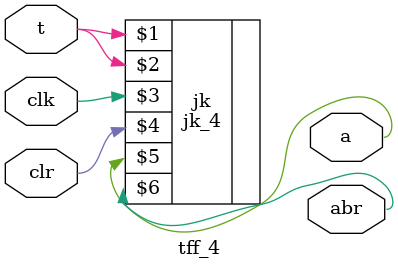
<source format=v>
module tff_4(t,clk,clr,a,abr);
input t,clk,clr;
output a,abr;

jk_4 jk(t,t,clk,clr,a,abr);

endmodule

</source>
